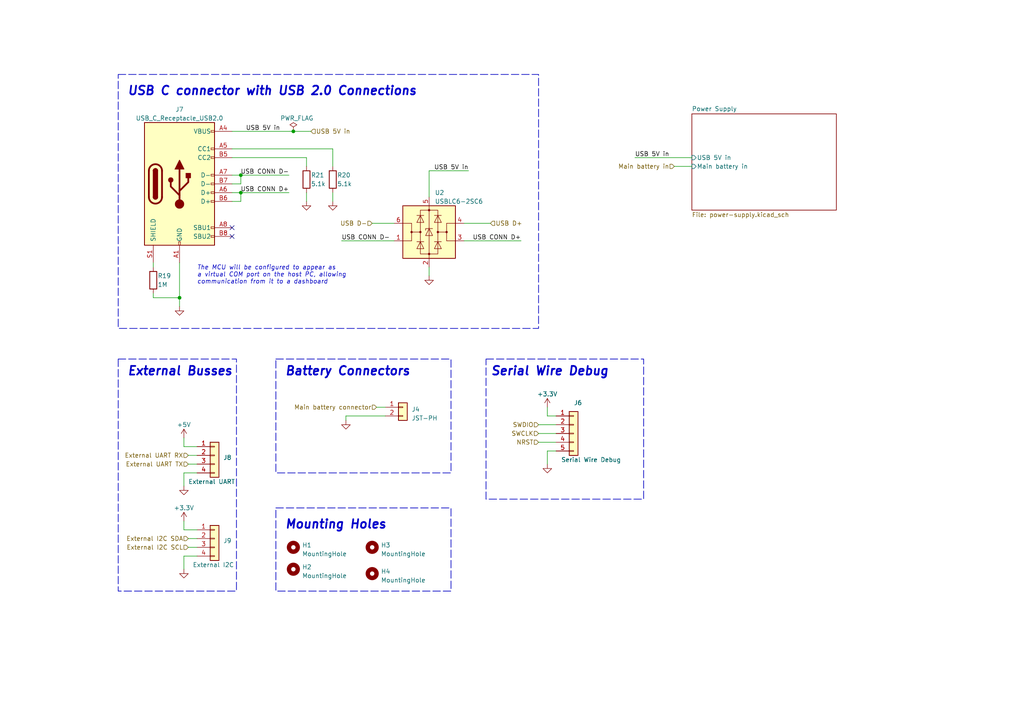
<source format=kicad_sch>
(kicad_sch (version 20230121) (generator eeschema)
  (paper "A4")
  (title_block (title "Connectors and Power Supply") (date "2023-09-24") (rev "2"))
  (lib_symbols
    (symbol "Connector:USB_C_Receptacle_USB2.0" (pin_names (offset 1.016))
      (property "Reference" "J" (at -10.16 19.05 0))
      (property "Value" "USB_C_Receptacle_USB2.0" (at 19.05 19.05 0))
      (symbol "USB_C_Receptacle_USB2.0_0_0"
        (rectangle (start -0.254 -17.78) (end 0.254 -16.764))
        (rectangle (start 10.16 -14.986) (end 9.144 -15.494))
        (rectangle (start 10.16 -12.446) (end 9.144 -12.954))
        (rectangle (start 10.16 -4.826) (end 9.144 -5.334))
        (rectangle (start 10.16 -2.286) (end 9.144 -2.794))
        (rectangle (start 10.16 0.254) (end 9.144 -0.254))
        (rectangle (start 10.16 2.794) (end 9.144 2.286))
        (rectangle (start 10.16 7.874) (end 9.144 7.366))
        (rectangle (start 10.16 10.414) (end 9.144 9.906))
        (rectangle (start 10.16 15.494) (end 9.144 14.986))
      )
      (symbol "USB_C_Receptacle_USB2.0_0_1"
        (rectangle (start -10.16 17.78) (end 10.16 -17.78) (stroke (width 0.254)) (fill (type background)))
        (arc (start -8.89 -3.81) (mid -6.985 -5.7067) (end -5.08 -3.81) (stroke (width 0.508)))
        (arc (start -7.62 -3.81) (mid -6.985 -4.4423) (end -6.35 -3.81) (stroke (width 0.254)))
        (arc (start -7.62 -3.81) (mid -6.985 -4.4423) (end -6.35 -3.81) (stroke (width 0.254)) (fill (type outline)))
        (rectangle (start -7.62 -3.81) (end -6.35 3.81) (stroke (width 0.254)) (fill (type outline)))
        (arc (start -6.35 3.81) (mid -6.985 4.4423) (end -7.62 3.81) (stroke (width 0.254)))
        (arc (start -6.35 3.81) (mid -6.985 4.4423) (end -7.62 3.81) (stroke (width 0.254)) (fill (type outline)))
        (arc (start -5.08 3.81) (mid -6.985 5.7067) (end -8.89 3.81) (stroke (width 0.508)))
        (circle (center -2.54 1.143) (radius 0.635) (stroke (width 0.254)) (fill (type outline)))
        (circle (center 0 -5.842) (radius 1.27) (fill (type outline)))
        (polyline (pts (xy -8.89 -3.81) (xy -8.89 3.81)) (stroke (width 0.508)))
        (polyline (pts (xy -5.08 3.81) (xy -5.08 -3.81)) (stroke (width 0.508)))
        (polyline (pts (xy 0 -5.842) (xy 0 4.318)) (stroke (width 0.508)))
        (polyline (pts (xy 0 -3.302) (xy -2.54 -0.762) (xy -2.54 0.508)) (stroke (width 0.508)))
        (polyline (pts (xy 0 -2.032) (xy 2.54 0.508) (xy 2.54 1.778)) (stroke (width 0.508)))
        (polyline (pts (xy -1.27 4.318) (xy 0 6.858) (xy 1.27 4.318) (xy -1.27 4.318)) (stroke (width 0.254)) (fill (type outline)))
        (rectangle (start 1.905 1.778) (end 3.175 3.048) (stroke (width 0.254)) (fill (type outline)))
      )
      (symbol "USB_C_Receptacle_USB2.0_1_1"
        (pin passive line (at 0 -22.86 90) (length 5.08) (name "GND") (number "A1"))
        (pin passive line (at 0 -22.86 90) (length 5.08) hide (name "GND") (number "A12"))
        (pin passive line (at 15.24 15.24 180) (length 5.08) (name "VBUS") (number "A4"))
        (pin bidirectional line (at 15.24 10.16 180) (length 5.08) (name "CC1") (number "A5"))
        (pin bidirectional line (at 15.24 -2.54 180) (length 5.08) (name "D+") (number "A6"))
        (pin bidirectional line (at 15.24 2.54 180) (length 5.08) (name "D-") (number "A7"))
        (pin bidirectional line (at 15.24 -12.7 180) (length 5.08) (name "SBU1") (number "A8"))
        (pin passive line (at 15.24 15.24 180) (length 5.08) hide (name "VBUS") (number "A9"))
        (pin passive line (at 0 -22.86 90) (length 5.08) hide (name "GND") (number "B1"))
        (pin passive line (at 0 -22.86 90) (length 5.08) hide (name "GND") (number "B12"))
        (pin passive line (at 15.24 15.24 180) (length 5.08) hide (name "VBUS") (number "B4"))
        (pin bidirectional line (at 15.24 7.62 180) (length 5.08) (name "CC2") (number "B5"))
        (pin bidirectional line (at 15.24 -5.08 180) (length 5.08) (name "D+") (number "B6"))
        (pin bidirectional line (at 15.24 0 180) (length 5.08) (name "D-") (number "B7"))
        (pin bidirectional line (at 15.24 -15.24 180) (length 5.08) (name "SBU2") (number "B8"))
        (pin passive line (at 15.24 15.24 180) (length 5.08) hide (name "VBUS") (number "B9"))
        (pin passive line (at -7.62 -22.86 90) (length 5.08) (name "SHIELD") (number "S1"))
      )
    )
    (symbol "Connector_Generic:Conn_01x02" (pin_names (offset 1.016) hide)
      (property "Reference" "J" (at 0 2.54 0))
      (property "Value" "Conn_01x02" (at 0 -5.08 0))
      (symbol "Conn_01x02_1_1"
        (rectangle (start -1.27 -2.413) (end 0 -2.667) (stroke (width 0.1524)))
        (rectangle (start -1.27 0.127) (end 0 -0.127) (stroke (width 0.1524)))
        (rectangle (start -1.27 1.27) (end 1.27 -3.81) (stroke (width 0.254)) (fill (type background)))
        (pin passive line (at -5.08 0 0) (length 3.81) (name "Pin_1") (number "1"))
        (pin passive line (at -5.08 -2.54 0) (length 3.81) (name "Pin_2") (number "2"))
      )
    )
    (symbol "Connector_Generic:Conn_01x04" (pin_names (offset 1.016) hide)
      (property "Reference" "J" (at 0 5.08 0))
      (property "Value" "Conn_01x04" (at 0 -7.62 0))
      (symbol "Conn_01x04_1_1"
        (rectangle (start -1.27 -4.953) (end 0 -5.207) (stroke (width 0.1524)))
        (rectangle (start -1.27 -2.413) (end 0 -2.667) (stroke (width 0.1524)))
        (rectangle (start -1.27 0.127) (end 0 -0.127) (stroke (width 0.1524)))
        (rectangle (start -1.27 2.667) (end 0 2.413) (stroke (width 0.1524)))
        (rectangle (start -1.27 3.81) (end 1.27 -6.35) (stroke (width 0.254)) (fill (type background)))
        (pin passive line (at -5.08 2.54 0) (length 3.81) (name "Pin_1") (number "1"))
        (pin passive line (at -5.08 0 0) (length 3.81) (name "Pin_2") (number "2"))
        (pin passive line (at -5.08 -2.54 0) (length 3.81) (name "Pin_3") (number "3"))
        (pin passive line (at -5.08 -5.08 0) (length 3.81) (name "Pin_4") (number "4"))
      )
    )
    (symbol "Connector_Generic:Conn_01x05" (pin_names (offset 1.016) hide)
      (property "Reference" "J" (at 0 7.62 0))
      (property "Value" "Conn_01x05" (at 0 -7.62 0))
      (symbol "Conn_01x05_1_1"
        (rectangle (start -1.27 -4.953) (end 0 -5.207) (stroke (width 0.1524)))
        (rectangle (start -1.27 -2.413) (end 0 -2.667) (stroke (width 0.1524)))
        (rectangle (start -1.27 0.127) (end 0 -0.127) (stroke (width 0.1524)))
        (rectangle (start -1.27 2.667) (end 0 2.413) (stroke (width 0.1524)))
        (rectangle (start -1.27 5.207) (end 0 4.953) (stroke (width 0.1524)))
        (rectangle (start -1.27 6.35) (end 1.27 -6.35) (stroke (width 0.254)) (fill (type background)))
        (pin passive line (at -5.08 5.08 0) (length 3.81) (name "Pin_1") (number "1"))
        (pin passive line (at -5.08 2.54 0) (length 3.81) (name "Pin_2") (number "2"))
        (pin passive line (at -5.08 0 0) (length 3.81) (name "Pin_3") (number "3"))
        (pin passive line (at -5.08 -2.54 0) (length 3.81) (name "Pin_4") (number "4"))
        (pin passive line (at -5.08 -5.08 0) (length 3.81) (name "Pin_5") (number "5"))
      )
    )
    (symbol "Device:R" (pin_numbers hide) (pin_names (offset 0))
      (property "Reference" "R" (at 2.032 0 90))
      (property "Value" "R" (at 0 0 90))
      (symbol "R_0_1"
        (rectangle (start -1.016 -2.54) (end 1.016 2.54) (stroke (width 0.254)))
      )
      (symbol "R_1_1"
        (pin passive line (at 0 3.81 270) (length 1.27) (name "~") (number "1"))
        (pin passive line (at 0 -3.81 90) (length 1.27) (name "~") (number "2"))
      )
    )
    (symbol "Mechanical:MountingHole" (pin_names (offset 1.016))
      (property "Reference" "H" (at 0 5.08 0))
      (property "Value" "MountingHole" (at 0 3.175 0))
      (symbol "MountingHole_0_1"
        (circle (center 0 0) (radius 1.27) (stroke (width 1.27)))
      )
    )
    (symbol "Power_Protection:USBLC6-2SC6" (pin_names hide)
      (property "Reference" "U" (at 2.54 8.89 0))
      (property "Value" "USBLC6-2SC6" (at 2.54 -8.89 0))
      (symbol "USBLC6-2SC6_0_1"
        (rectangle (start -7.62 -7.62) (end 7.62 7.62) (stroke (width 0.254)) (fill (type background)))
        (circle (center -5.08 0) (radius 0.254) (fill (type outline)))
        (circle (center -2.54 0) (radius 0.254) (fill (type outline)))
        (rectangle (start -2.54 6.35) (end 2.54 -6.35))
        (circle (center 0 -6.35) (radius 0.254) (fill (type outline)))
        (polyline (pts (xy -5.08 -2.54) (xy -7.62 -2.54)))
        (polyline (pts (xy -5.08 0) (xy -5.08 -2.54)))
        (polyline (pts (xy -5.08 2.54) (xy -7.62 2.54)))
        (polyline (pts (xy -1.524 -2.794) (xy -3.556 -2.794)))
        (polyline (pts (xy -1.524 4.826) (xy -3.556 4.826)))
        (polyline (pts (xy 0 -7.62) (xy 0 -6.35)))
        (polyline (pts (xy 0 -6.35) (xy 0 1.27)))
        (polyline (pts (xy 0 1.27) (xy 0 6.35)))
        (polyline (pts (xy 0 6.35) (xy 0 7.62)))
        (polyline (pts (xy 1.524 -2.794) (xy 3.556 -2.794)))
        (polyline (pts (xy 1.524 4.826) (xy 3.556 4.826)))
        (polyline (pts (xy 5.08 -2.54) (xy 7.62 -2.54)))
        (polyline (pts (xy 5.08 0) (xy 5.08 -2.54)))
        (polyline (pts (xy 5.08 2.54) (xy 7.62 2.54)))
        (polyline (pts (xy -2.54 0) (xy -5.08 0) (xy -5.08 2.54)))
        (polyline (pts (xy 2.54 0) (xy 5.08 0) (xy 5.08 2.54)))
        (polyline (pts (xy -3.556 -4.826) (xy -1.524 -4.826) (xy -2.54 -2.794) (xy -3.556 -4.826)))
        (polyline (pts (xy -3.556 2.794) (xy -1.524 2.794) (xy -2.54 4.826) (xy -3.556 2.794)))
        (polyline (pts (xy -1.016 -1.016) (xy 1.016 -1.016) (xy 0 1.016) (xy -1.016 -1.016)))
        (polyline (pts (xy 1.016 1.016) (xy 0.762 1.016) (xy -1.016 1.016) (xy -1.016 0.508)))
        (polyline (pts (xy 3.556 -4.826) (xy 1.524 -4.826) (xy 2.54 -2.794) (xy 3.556 -4.826)))
        (polyline (pts (xy 3.556 2.794) (xy 1.524 2.794) (xy 2.54 4.826) (xy 3.556 2.794)))
        (circle (center 0 6.35) (radius 0.254) (fill (type outline)))
        (circle (center 2.54 0) (radius 0.254) (fill (type outline)))
        (circle (center 5.08 0) (radius 0.254) (fill (type outline)))
      )
      (symbol "USBLC6-2SC6_1_1"
        (pin passive line (at -10.16 -2.54 0) (length 2.54) (name "I/O1") (number "1"))
        (pin passive line (at 0 -10.16 90) (length 2.54) (name "GND") (number "2"))
        (pin passive line (at 10.16 -2.54 180) (length 2.54) (name "I/O2") (number "3"))
        (pin passive line (at 10.16 2.54 180) (length 2.54) (name "I/O2") (number "4"))
        (pin passive line (at 0 10.16 270) (length 2.54) (name "VBUS") (number "5"))
        (pin passive line (at -10.16 2.54 0) (length 2.54) (name "I/O1") (number "6"))
      )
    )
    (symbol "power:+3.3V" (power) (pin_names (offset 0))
      (property "Value" "+3.3V" (at 0 3.556 0))
      (symbol "+3.3V_0_1"
        (polyline (pts (xy -0.762 1.27) (xy 0 2.54)))
        (polyline (pts (xy 0 0) (xy 0 2.54)))
        (polyline (pts (xy 0 2.54) (xy 0.762 1.27)))
      )
      (symbol "+3.3V_1_1"
        (pin power_in line (at 0 0 90) (length 0) hide (name "+3.3V") (number "1"))
      )
    )
    (symbol "power:+5V" (power) (pin_names (offset 0))
      (property "Value" "+5V" (at 0 3.556 0))
      (symbol "+5V_0_1"
        (polyline (pts (xy -0.762 1.27) (xy 0 2.54)))
        (polyline (pts (xy 0 0) (xy 0 2.54)))
        (polyline (pts (xy 0 2.54) (xy 0.762 1.27)))
      )
      (symbol "+5V_1_1"
        (pin power_in line (at 0 0 90) (length 0) hide (name "+5V") (number "1"))
      )
    )
    (symbol "power:GND" (power) (pin_names (offset 0))
      (property "Value" "GND" (at 0 -3.81 0))
      (symbol "GND_0_1"
        (polyline (pts (xy 0 0) (xy 0 -1.27) (xy 1.27 -1.27) (xy 0 -2.54) (xy -1.27 -1.27) (xy 0 -1.27)))
      )
      (symbol "GND_1_1"
        (pin power_in line (at 0 0 270) (length 0) hide (name "GND") (number "1"))
      )
    )
    (symbol "power:PWR_FLAG" (power) (pin_numbers hide) (pin_names (offset 0) hide)
      (property "Value" "PWR_FLAG" (at 0 3.81 0))
      (symbol "PWR_FLAG_0_0"
        (pin power_out line (at 0 0 90) (length 0) (name "pwr") (number "1"))
      )
      (symbol "PWR_FLAG_0_1"
        (polyline (pts (xy 0 0) (xy 0 1.27) (xy -1.016 1.905) (xy 0 2.54) (xy 1.016 1.905) (xy 0 1.27)))
      )
    )
  )
  (junction (at 69.85 50.8))
  (junction (at 52.07 86.36))
  (junction (at 69.85 55.88))
  (junction (at 85.09 38.1))
  (no_connect (at 67.31 66.04))
  (no_connect (at 67.31 68.58))
  (wire (pts (xy 96.52 43.18) (xy 96.52 48.26)))
  (wire (pts (xy 124.46 49.53) (xy 124.46 57.15)))
  (wire (pts (xy 53.34 151.13) (xy 53.34 153.67)))
  (wire (pts (xy 88.9 45.72) (xy 88.9 48.26)))
  (wire (pts (xy 57.15 161.29) (xy 53.34 161.29)))
  (wire (pts (xy 107.95 64.77) (xy 114.3 64.77)))
  (wire (pts (xy 67.31 58.42) (xy 69.85 58.42)))
  (wire (pts (xy 69.85 50.8) (xy 67.31 50.8)))
  (wire (pts (xy 53.34 127) (xy 53.34 129.54)))
  (wire (pts (xy 44.45 86.36) (xy 52.07 86.36)))
  (wire (pts (xy 124.46 77.47) (xy 124.46 80.01)))
  (wire (pts (xy 52.07 76.2) (xy 52.07 86.36)))
  (wire (pts (xy 69.85 58.42) (xy 69.85 55.88)))
  (wire (pts (xy 67.31 43.18) (xy 96.52 43.18)))
  (wire (pts (xy 83.82 50.8) (xy 69.85 50.8)))
  (wire (pts (xy 161.29 123.19) (xy 156.21 123.19)))
  (wire (pts (xy 69.85 55.88) (xy 67.31 55.88)))
  (wire (pts (xy 53.34 137.16) (xy 53.34 140.97)))
  (wire (pts (xy 158.75 130.81) (xy 158.75 134.62)))
  (wire (pts (xy 109.22 118.11) (xy 111.76 118.11)))
  (wire (pts (xy 88.9 55.88) (xy 88.9 58.42)))
  (wire (pts (xy 54.61 134.62) (xy 57.15 134.62)))
  (wire (pts (xy 57.15 129.54) (xy 53.34 129.54)))
  (wire (pts (xy 135.89 49.53) (xy 124.46 49.53)))
  (wire (pts (xy 67.31 38.1) (xy 85.09 38.1)))
  (wire (pts (xy 69.85 53.34) (xy 69.85 50.8)))
  (wire (pts (xy 184.15 45.72) (xy 200.66 45.72)))
  (wire (pts (xy 54.61 156.21) (xy 57.15 156.21)))
  (wire (pts (xy 52.07 86.36) (xy 52.07 88.9)))
  (wire (pts (xy 158.75 130.81) (xy 161.29 130.81)))
  (wire (pts (xy 156.21 128.27) (xy 161.29 128.27)))
  (wire (pts (xy 54.61 158.75) (xy 57.15 158.75)))
  (wire (pts (xy 100.33 120.65) (xy 100.33 121.92)))
  (wire (pts (xy 161.29 120.65) (xy 158.75 120.65)))
  (wire (pts (xy 195.58 48.26) (xy 200.66 48.26)))
  (wire (pts (xy 100.33 120.65) (xy 111.76 120.65)))
  (wire (pts (xy 134.62 64.77) (xy 142.24 64.77)))
  (wire (pts (xy 90.17 38.1) (xy 85.09 38.1)))
  (wire (pts (xy 57.15 137.16) (xy 53.34 137.16)))
  (wire (pts (xy 44.45 76.2) (xy 44.45 77.47)))
  (wire (pts (xy 67.31 45.72) (xy 88.9 45.72)))
  (wire (pts (xy 134.62 69.85) (xy 151.13 69.85)))
  (wire (pts (xy 53.34 161.29) (xy 53.34 165.1)))
  (wire (pts (xy 156.21 125.73) (xy 161.29 125.73)))
  (wire (pts (xy 67.31 53.34) (xy 69.85 53.34)))
  (wire (pts (xy 99.06 69.85) (xy 114.3 69.85)))
  (wire (pts (xy 57.15 153.67) (xy 53.34 153.67)))
  (wire (pts (xy 69.85 55.88) (xy 83.82 55.88)))
  (wire (pts (xy 54.61 132.08) (xy 57.15 132.08)))
  (wire (pts (xy 44.45 85.09) (xy 44.45 86.36)))
  (wire (pts (xy 96.52 55.88) (xy 96.52 58.42)))
  (wire (pts (xy 158.75 118.11) (xy 158.75 120.65)))
  (rectangle (start 140.97 104.14) (end 186.69 144.78) (stroke (width 0.2) (type dash)))
  (rectangle (start 80.01 147.32) (end 130.81 171.45) (stroke (width 0.2) (type dash)))
  (rectangle (start 34.29 21.59) (end 156.21 95.25) (stroke (width 0.2) (type dash)))
  (rectangle (start 80.01 104.14) (end 130.81 137.16) (stroke (width 0.2) (type dash)))
  (rectangle (start 34.29 104.14) (end 68.58 171.45) (stroke (width 0.2) (type dash)))
  (text "The MCU will be configured to appear as\na virtual COM port on the host PC, allowing\ncommunication from it to a dashboard" (at 57.15 82.55 0) (effects (font (size 1.27 1.27) italic) (justify left bottom)))
  (text "Battery Connectors" (at 82.55 109.22 0) (effects (font (size 2.5 2.5) (thickness 0.5) bold italic) (justify left bottom)))
  (text "Mounting Holes" (at 82.55 153.67 0) (effects (font (size 2.5 2.5) (thickness 0.5) bold italic) (justify left bottom)))
  (text "USB C connector with USB 2.0 Connections" (at 36.83 27.94 0) (effects (font (size 2.5 2.5) (thickness 0.5) bold italic) (justify left bottom)))
  (text "Serial Wire Debug" (at 142.24 109.22 0) (effects (font (size 2.5 2.5) (thickness 0.5) bold italic) (justify left bottom)))
  (text "External Busses" (at 36.83 109.22 0) (effects (font (size 2.5 2.5) (thickness 0.5) bold italic) (justify left bottom)))
  (label "USB CONN D+" (at 151.13 69.85 180))
  (label "USB CONN D-" (at 83.82 50.8 180))
  (label "USB 5V in" (at 184.15 45.72 0))
  (label "USB 5V in" (at 81.28 38.1 180))
  (label "USB 5V in" (at 135.89 49.53 180))
  (label "USB CONN D-" (at 99.06 69.85 0))
  (label "USB CONN D+" (at 83.82 55.88 180))
  (hierarchical_label "USB D-" (shape input) (at 107.95 64.77 180))
  (hierarchical_label "USB 5V in" (shape input) (at 90.17 38.1 0))
  (hierarchical_label "External I2C SDA" (shape input) (at 54.61 156.21 180))
  (hierarchical_label "SWCLK" (shape input) (at 156.21 125.73 180))
  (hierarchical_label "External UART RX" (shape input) (at 54.61 132.08 180))
  (hierarchical_label "External UART TX" (shape input) (at 54.61 134.62 180))
  (hierarchical_label "Main battery in" (shape input) (at 195.58 48.26 180))
  (hierarchical_label "External I2C SCL" (shape input) (at 54.61 158.75 180))
  (hierarchical_label "SWDIO" (shape input) (at 156.21 123.19 180))
  (hierarchical_label "USB D+" (shape input) (at 142.24 64.77 0))
  (hierarchical_label "NRST" (shape input) (at 156.21 128.27 180))
  (hierarchical_label "Main battery connector" (shape input) (at 109.22 118.11 180))
  (symbol (lib_id "Mechanical:MountingHole") (at 107.95 166.37 0) (unit 1)
    (property "Reference" "H4" (at 110.49 165.735 0) (effects (justify left)))
    (property "Value" "MountingHole" (at 110.49 168.275 0) (effects (justify left)))
    (property "Footprint" "MountingHole:MountingHole_2mm" (effects hide))
  )
  (symbol (lib_id "power:GND") (at 53.34 165.1 0) (unit 1)
    (property "Reference" "#PWR062" (effects hide))
    (property "Value" "GND" (effects hide))
  )
  (symbol (lib_id "power:GND") (at 52.07 88.9 0) (unit 1)
    (property "Reference" "#PWR045" (effects hide))
    (property "Value" "GND" (effects hide))
  )
  (symbol (lib_id "power:PWR_FLAG") (at 85.09 38.1 0) (unit 1)
    (property "Reference" "#FLG02" (effects hide))
    (property "Value" "PWR_FLAG" (at 81.28 34.29 0) (effects (justify left)))
    (instances (project "Flight Computer" (path "" (reference "#FLG02") (unit 1)) (path "" (reference "#FLG05") (unit 1))))
  )
  (symbol (lib_id "Connector:USB_C_Receptacle_USB2.0") (at 52.07 53.34 0) (unit 1)
    (property "Reference" "J7" (at 52.07 31.75 0))
    (property "Value" "USB_C_Receptacle_USB2.0" (at 52.07 34.29 0))
    (property "Footprint" "Connector_USB:USB_C_Receptacle_G-Switch_GT-USB-7010ASV" (effects hide))
    (property "Datasheet" "https://www.usb.org/sites/default/files/documents/usb_type-c.zip" (effects hide))
  )
  (symbol (lib_id "power:GND") (at 96.52 58.42 0) (unit 1)
    (property "Reference" "#PWR058" (effects hide))
    (property "Value" "GND" (effects hide))
  )
  (symbol (lib_id "power:GND") (at 53.34 140.97 0) (unit 1)
    (property "Reference" "#PWR060" (effects hide))
    (property "Value" "GND" (effects hide))
  )
  (symbol (lib_id "Device:R") (at 96.52 52.07 0) (unit 1)
    (property "Reference" "R20" (at 97.79 50.8 0) (effects (justify left)))
    (property "Value" "5.1k" (at 97.79 53.34 0) (effects (justify left)))
    (property "Footprint" "Resistor_SMD:R_0603_1608Metric" (effects hide))
  )
  (symbol (lib_id "power:+3.3V") (at 158.75 118.11 0) (unit 1)
    (property "Reference" "#PWR050" (effects hide))
    (property "Value" "+3.3V" (at 158.75 114.3 0))
  )
  (symbol (lib_id "Connector_Generic:Conn_01x04") (at 62.23 132.08 0) (unit 1)
    (property "Reference" "J8" (at 64.77 132.715 0) (effects (justify left)))
    (property "Value" "External UART" (at 54.61 139.7 0) (effects (justify left)))
    (property "Footprint" "Connector_Molex:Molex_PicoBlade_53048-0410_1x04_P1.25mm_Horizontal" (effects hide))
  )
  (symbol (lib_id "power:GND") (at 158.75 134.62 0) (unit 1)
    (property "Reference" "#PWR051" (effects hide))
    (property "Value" "GND" (effects hide))
  )
  (symbol (lib_id "power:GND") (at 100.33 121.92 0) (unit 1)
    (property "Reference" "#PWR048" (effects hide))
    (property "Value" "GND" (effects hide))
  )
  (symbol (lib_id "power:+5V") (at 53.34 127 0) (unit 1)
    (property "Reference" "#PWR059" (effects hide))
    (property "Value" "+5V" (at 53.34 123.19 0))
  )
  (symbol (lib_id "Connector_Generic:Conn_01x05") (at 166.37 125.73 0) (unit 1)
    (property "Reference" "J6" (at 167.64 116.84 0))
    (property "Value" "Serial Wire Debug" (at 171.45 133.35 0))
    (property "Footprint" "Connector_PinHeader_2.54mm:PinHeader_1x05_P2.54mm_Vertical" (effects hide))
  )
  (symbol (lib_id "Connector_Generic:Conn_01x02") (at 116.84 118.11 0) (unit 1)
    (property "Reference" "J4" (at 119.38 118.745 0) (effects (justify left)))
    (property "Value" "JST-PH" (at 119.38 121.285 0) (effects (justify left)))
    (property "Footprint" "Connector_JST:JST_PH_B2B-PH-K_1x02_P2.00mm_Vertical" (effects hide))
  )
  (symbol (lib_id "Power_Protection:USBLC6-2SC6") (at 124.46 67.31 0) (unit 1)
    (property "Reference" "U2" (at 126.1111 55.88 0) (effects (justify left)))
    (property "Value" "USBLC6-2SC6" (at 126.1111 58.42 0) (effects (justify left)))
    (property "Footprint" "Package_TO_SOT_SMD:SOT-23-6" (effects hide))
    (property "Datasheet" "https://www.st.com/resource/en/datasheet/usblc6-2.pdf" (effects hide))
  )
  (symbol (lib_id "Connector_Generic:Conn_01x04") (at 62.23 156.21 0) (unit 1)
    (property "Reference" "J9" (at 64.77 156.845 0) (effects (justify left)))
    (property "Value" "External I2C" (at 55.88 163.83 0) (effects (justify left)))
    (property "Footprint" "Connector_Molex:Molex_PicoBlade_53048-0410_1x04_P1.25mm_Horizontal" (effects hide))
  )
  (symbol (lib_id "Mechanical:MountingHole") (at 85.09 158.75 0) (unit 1)
    (property "Reference" "H1" (at 87.63 158.115 0) (effects (justify left)))
    (property "Value" "MountingHole" (at 87.63 160.655 0) (effects (justify left)))
    (property "Footprint" "MountingHole:MountingHole_2mm" (effects hide))
  )
  (symbol (lib_id "power:GND") (at 124.46 80.01 0) (unit 1)
    (property "Reference" "#PWR018" (effects hide))
    (property "Value" "GND" (effects hide))
  )
  (symbol (lib_id "Device:R") (at 88.9 52.07 0) (unit 1)
    (property "Reference" "R21" (at 90.17 50.8 0) (effects (justify left)))
    (property "Value" "5.1k" (at 90.17 53.34 0) (effects (justify left)))
    (property "Footprint" "Resistor_SMD:R_0603_1608Metric" (effects hide))
  )
  (symbol (lib_id "Mechanical:MountingHole") (at 85.09 165.1 0) (unit 1)
    (property "Reference" "H2" (at 87.63 164.465 0) (effects (justify left)))
    (property "Value" "MountingHole" (at 87.63 167.005 0) (effects (justify left)))
    (property "Footprint" "MountingHole:MountingHole_2mm" (effects hide))
  )
  (symbol (lib_id "power:GND") (at 88.9 58.42 0) (unit 1)
    (property "Reference" "#PWR057" (effects hide))
    (property "Value" "GND" (effects hide))
  )
  (symbol (lib_id "Mechanical:MountingHole") (at 107.95 158.75 0) (unit 1)
    (property "Reference" "H3" (at 110.49 158.115 0) (effects (justify left)))
    (property "Value" "MountingHole" (at 110.49 160.655 0) (effects (justify left)))
    (property "Footprint" "MountingHole:MountingHole_2mm" (effects hide))
  )
  (symbol (lib_id "Device:R") (at 44.45 81.28 0) (unit 1)
    (property "Reference" "R19" (at 45.72 80.01 0) (effects (justify left)))
    (property "Value" "1M" (at 45.72 82.55 0) (effects (justify left)))
    (property "Footprint" "Resistor_SMD:R_0402_1005Metric" (effects hide))
  )
  (symbol (lib_id "power:+3.3V") (at 53.34 151.13 0) (unit 1)
    (property "Reference" "#PWR017" (effects hide))
    (property "Value" "+3.3V" (at 53.34 147.32 0))
  )
  (sheet (at 200.66 33.02) (size 41.91 27.94) (stroke (width 0.1524))
    (property "Sheetname" "Power Supply" (at 200.66 32.3084 0) (effects (justify left bottom)))
    (property "Sheetfile" "power-supply.kicad_sch" (at 200.66 61.5446 0) (effects (justify left top)))
    (pin "USB 5V in" input (at 200.66 45.72 180))
    (pin "Main battery in" input (at 200.66 48.26 180))
  )
)
</source>
